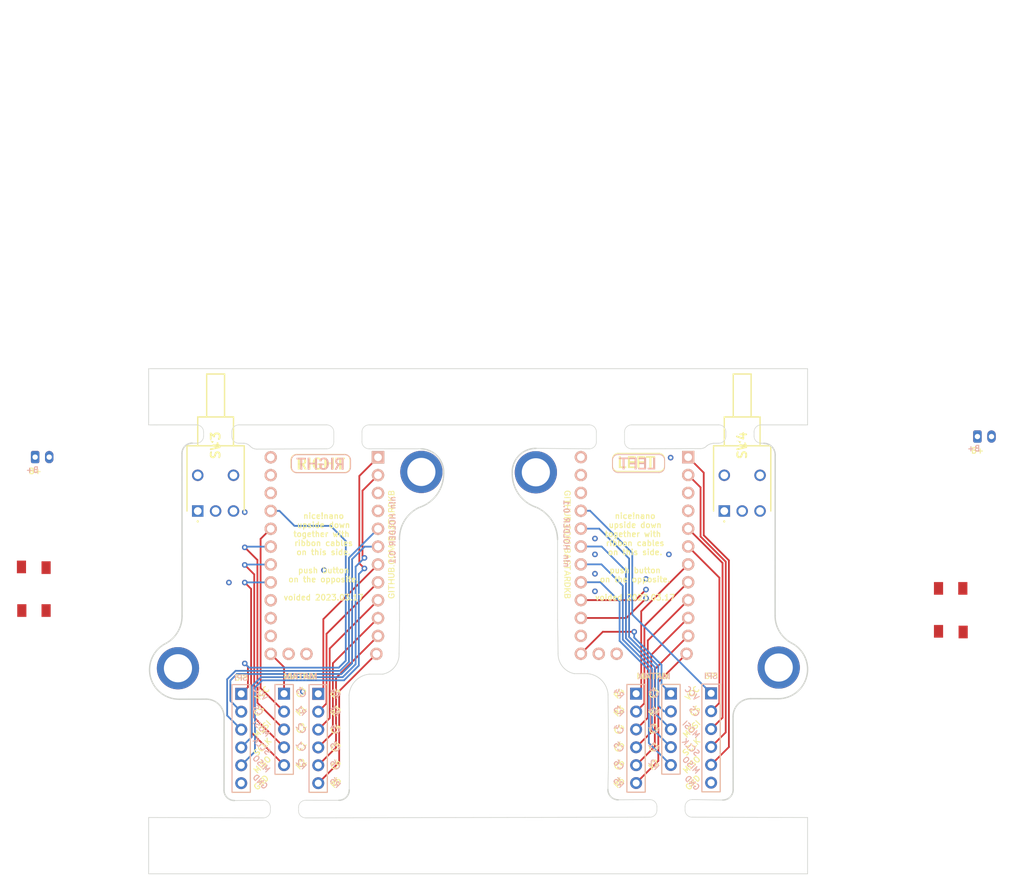
<source format=kicad_pcb>
(kicad_pcb (version 20221018) (generator pcbnew)
  (layers (0 "F.Cu" signal) (31 "B.Cu" signal) (34 "B.Paste" user) (35 "F.Paste" user) (36 "B.SilkS" user "B.Silkscreen") (37 "F.SilkS" user "F.Silkscreen") (38 "B.Mask" user) (39 "F.Mask" user) (44 "Edge.Cuts" user))
  (net 0 "")
  (net 1 "Rst")
  (net 2 "Rst2")
  (net 3 "ss_l")
  (net 4 "ss_r")
  (net 5 "col3_l")
  (net 6 "row1_l")
  (net 7 "col2_l")
  (net 8 "col1_l")
  (net 9 "row2_l")
  (net 10 "row4_l")
  (net 11 "row3_l")
  (net 12 "col4_l")
  (net 13 "col5_l")
  (net 14 "col6_l")
  (net 15 "row5_l")
  (net 16 "col3_r")
  (net 17 "row1_r")
  (net 18 "col2_r")
  (net 19 "col1_r")
  (net 20 "row2_r")
  (net 21 "row4_r")
  (net 22 "row3_r")
  (net 23 "col4_r")
  (net 24 "col5_r")
  (net 25 "col6_r")
  (net 26 "row5_r")
  (net 27 "GND")
  (net 28 "scl_l")
  (net 29 "sda_l")
  (net 30 "scl_r")
  (net 31 "sda_r")
  (net 32 "+5V")
  (net 33 "miso_l")
  (net 34 "sc_l")
  (net 35 "mosi_l")
  (net 36 "miso_r")
  (net 37 "sc_r")
  (net 38 "mosi_r")
  (net 39 "bat_l")
  (net 40 "bat_r")
  (net 41 "bat_sw_l")
  (net 42 "bat_sw_r")
  (footprint "Library:5_PinHeader" (layer "F.Cu") (at 127.832542 102.8)
    (fp_text reference "J9" hide)
    (fp_text value "Ribbon")
  )
  (footprint "marbastlib-various:mousebites_2.5mm" (layer "F.Cu") (at 127.89 117.95 90)
    (fp_text reference "REF**" hide)
    (fp_text value "mousebites 2mm" hide)
    (fp_line (start -1.5 -2) (end -1 -2) (stroke (width 0.08)) (layer "Edge.Cuts"))
    (fp_line (start -1 2) (end -1.5 2) (stroke (width 0.08)) (layer "Edge.Cuts"))
    (fp_arc (start -2.5 3) (mid -2.207108 2.292895) (end -1.500003 2.000003) (stroke (width 0.08)) (layer "Edge.Cuts"))
    (fp_arc (start -1.5 -2) (mid -2.207105 -2.292892) (end -2.499997 -2.999997) (stroke (width 0.08)) (layer "Edge.Cuts"))
    (fp_arc (start -1 2) (mid -0.292895 2.292892) (end -0.000003 2.999997) (stroke (width 0.08)) (layer "Edge.Cuts"))
    (fp_arc (start 0 -3) (mid -0.292892 -2.292895) (end -0.999997 -2.000003) (stroke (width 0.08)) (layer "Edge.Cuts"))
  )
  (footprint "Library:6_PinHeader" (layer "F.Cu") (at 177.847199 102.799999)
    (fp_text reference "J12" hide)
    (fp_text value "Ribbon")
  )
  (footprint "marbastlib-various:mousebites_2.5mm" (layer "F.Cu") (at 118.4 67.195 -90)
    (fp_text reference "REF**" hide)
    (fp_text value "mousebites 2mm" hide)
    (fp_line (start -1.6 -2) (end -1 -2) (stroke (width 0.08)) (layer "Edge.Cuts"))
    (fp_line (start -1 2) (end -1.600003 2.000003) (stroke (width 0.08)) (layer "Edge.Cuts"))
    (fp_arc (start -2.6 3) (mid -2.307108 2.292895) (end -1.600003 2.000003) (stroke (width 0.08)) (layer "Edge.Cuts"))
    (fp_arc (start -1.6 -2) (mid -2.307105 -2.292892) (end -2.599997 -2.999997) (stroke (width 0.08)) (layer "Edge.Cuts"))
    (fp_arc (start -1 2) (mid -0.292895 2.292892) (end -0.000003 2.999997) (stroke (width 0.08)) (layer "Edge.Cuts"))
    (fp_arc (start 0 -3) (mid -0.292892 -2.292895) (end -0.999997 -2.000003) (stroke (width 0.08)) (layer "Edge.Cuts"))
  )
  (footprint "kibuzzard-61F01940" (layer "F.Cu") (at 130.15 100.307596)
    (fp_text reference "kibuzzard-61F01940" hide)
    (fp_text value "G***" hide)
  )
  (footprint "marbastlib-various:mousebites_2.5mm" (layer "F.Cu") (at 174.2 67.995 -90)
    (fp_text reference "REF**" hide)
    (fp_text value "mousebites 2mm" hide)
    (fp_line (start -2.4 -2) (end -1 -2) (stroke (width 0.08)) (layer "Edge.Cuts"))
    (fp_line (start -1 2) (end -2.400003 2.000003) (stroke (width 0.08)) (layer "Edge.Cuts"))
    (fp_arc (start -3.4 3) (mid -3.107108 2.292895) (end -2.400003 2.000003) (stroke (width 0.08)) (layer "Edge.Cuts"))
    (fp_arc (start -2.4 -2) (mid -3.107105 -2.292892) (end -3.399997 -2.999997) (stroke (width 0.08)) (layer "Edge.Cuts"))
    (fp_arc (start -1 2) (mid -0.292895 2.292892) (end -0.000003 2.999997) (stroke (width 0.08)) (layer "Edge.Cuts"))
    (fp_arc (start 0 -3) (mid -0.292892 -2.292895) (end -0.999997 -2.000003) (stroke (width 0.08)) (layer "Edge.Cuts"))
  )
  (footprint "Library:MountingHole_4mm_Pad_thin" (layer "F.Cu") (at 198.103921 99.08266)
    (fp_text reference "H3" hide)
    (fp_text value "M4")
  )
  (footprint "marbastlib-various:mousebites_2.5mm" (layer "F.Cu") (at 192.6 67.195 -90)
    (fp_text reference "REF**" hide)
    (fp_text value "mousebites 2mm" hide)
    (fp_line (start -1.6 -2) (end -1 -2) (stroke (width 0.08)) (layer "Edge.Cuts"))
    (fp_line (start -1 2) (end -1.600003 2.000003) (stroke (width 0.08)) (layer "Edge.Cuts"))
    (fp_arc (start -2.6 3) (mid -2.307108 2.292895) (end -1.600003 2.000003) (stroke (width 0.08)) (layer "Edge.Cuts"))
    (fp_arc (start -1.6 -2) (mid -2.307105 -2.292892) (end -2.599997 -2.999997) (stroke (width 0.08)) (layer "Edge.Cuts"))
    (fp_arc (start -1 2) (mid -0.292895 2.292892) (end -0.000003 2.999997) (stroke (width 0.08)) (layer "Edge.Cuts"))
    (fp_arc (start 0 -3) (mid -0.292892 -2.292895) (end -0.999997 -2.000003) (stroke (width 0.08)) (layer "Edge.Cuts"))
  )
  (footprint "Connector_JST:JST_PH_B2B-PH-K_1x02_P2.00mm_Vertical" (layer "F.Cu") (at 226.33 66.252)
    (fp_text reference "J6" hide)
    (fp_text value "battery charge")
  )
  (footprint "Library:PushSwitch" (layer "F.Cu") (at 222.504 90.932 -90)
    (fp_text reference "SW2" hide)
    (fp_text value "SW_SPST")
  )
  (footprint "Library:5_PinHeader" (layer "F.Cu") (at 182.780541 102.779999)
    (fp_text reference "J11" hide)
    (fp_text value "Ribbon")
  )
  (footprint "Library:200AWMSP2T2A1M6RE" (layer "F.Cu") (at 190.373 76.835 -90)
    (fp_text reference "SW4")
    (fp_text value "SW_SPST" hide)
  )
  (footprint "Library:MountingHole_4mm_Pad_thin" (layer "F.Cu") (at 112.76262 99.18266)
    (fp_text reference "H4" hide)
    (fp_text value "M4")
  )
  (footprint "Library:200AWMSP2T2A1M6RE" (layer "F.Cu") (at 115.57 76.835 -90)
    (fp_text reference "SW3")
    (fp_text value "SW_SPST" hide)
  )
  (footprint "Library:6_PinHeader" (layer "F.Cu") (at 121.75 102.819999)
    (fp_text reference "J7" hide)
    (fp_text value "trackball")
  )
  (footprint "Library:MountingHole_4mm_Pad_thin" (layer "F.Cu") (at 147.33762 71.28266)
    (fp_text reference "H2" hide)
    (fp_text value "M4")
  )
  (footprint "kibuzzard-6208EFFE" (layer "F.Cu") (at 177.972311 69.878921)
    (fp_text reference "kibuzzard-6208EFFE" hide)
    (fp_text value "G***" hide)
  )
  (footprint "kibuzzard-61F01B61" (layer "F.Cu") (at 133.131898 70.089775)
    (fp_text reference "kibuzzard-61F01B61" hide)
    (fp_text value "G***" hide)
  )
  (footprint "marbastlib-various:mousebites_2.5mm" (layer "F.Cu") (at 136.9 67.995 -90)
    (fp_text reference "REF**" hide)
    (fp_text value "mousebites 2mm" hide)
    (fp_line (start -2.4 -2) (end -1 -2) (stroke (width 0.08)) (layer "Edge.Cuts"))
    (fp_line (start -1 2) (end -2.400003 2.000003) (stroke (width 0.08)) (layer "Edge.Cuts"))
    (fp_arc (start -3.4 3) (mid -3.107108 2.292895) (end -2.400003 2.000003) (stroke (width 0.08)) (layer "Edge.Cuts"))
    (fp_arc (start -2.4 -2) (mid -3.107105 -2.292892) (end -3.399997 -2.999997) (stroke (width 0.08)) (layer "Edge.Cuts"))
    (fp_arc (start -1 2) (mid -0.292895 2.292892) (end -0.000003 2.999997) (stroke (width 0.08)) (layer "Edge.Cuts"))
    (fp_arc (start 0 -3) (mid -0.292892 -2.292895) (end -0.999997 -2.000003) (stroke (width 0.08)) (layer "Edge.Cuts"))
  )
  (footprint "kibuzzard-61F01A92" (layer "F.Cu") (at 168.07 81.6 -90)
    (fp_text reference "kibuzzard-61F01A92" hide)
    (fp_text value "G***" hide)
  )
  (footprint "Library:PushSwitch" (layer "F.Cu") (at 92.329 87.884 90)
    (fp_text reference "SW1" hide)
    (fp_text value "SW_SPST")
  )
  (footprint "marbastlib-various:mousebites_2.5mm" (layer "F.Cu") (at 182.8 117.855 90)
    (fp_text reference "REF**" hide)
    (fp_text value "mousebites 2mm" hide)
    (fp_line (start -1.5 -2) (end -1 -2) (stroke (width 0.08)) (layer "Edge.Cuts"))
    (fp_line (start -1 2) (end -1.5 2) (stroke (width 0.08)) (layer "Edge.Cuts"))
    (fp_arc (start -2.5 3) (mid -2.207108 2.292895) (end -1.500003 2.000003) (stroke (width 0.08)) (layer "Edge.Cuts"))
    (fp_arc (start -1.5 -2) (mid -2.207105 -2.292892) (end -2.499997 -2.999997) (stroke (width 0.08)) (layer "Edge.Cuts"))
    (fp_arc (start -1 2) (mid -0.292895 2.292892) (end -0.000003 2.999997) (stroke (width 0.08)) (layer "Edge.Cuts"))
    (fp_arc (start 0 -3) (mid -0.292892 -2.292895) (end -0.999997 -2.000003) (stroke (width 0.08)) (layer "Edge.Cuts"))
  )
  (footprint "kibuzzard-61F01957" (layer "F.Cu") (at 121.75 100.5)
    (fp_text reference "kibuzzard-61F01957" hide)
    (fp_text value "G***" hide)
  )
  (footprint "kibuzzard-61F01940" (layer "F.Cu") (at 180.2962 100.287596)
    (fp_text reference "kibuzzard-61F01940" hide)
    (fp_text value "G***" hide)
  )
  (footprint "Connector_JST:JST_PH_B2B-PH-K_1x02_P2.00mm_Vertical" (layer "F.Cu") (at 92.472 69.173)
    (fp_text reference "J3" hide)
    (fp_text value "battery charge")
  )
  (footprint "Library:MountingHole_4mm_Pad_thin" (layer "F.Cu") (at 163.603921 71.33266)
    (fp_text reference "H1" hide)
    (fp_text value "M4")
  )
  (footprint "kibuzzard-61F01A92" (layer "F.Cu") (at 143.1 81.6 90)
    (fp_text reference "kibuzzard-61F01A92" hide)
    (fp_text value "G***" hide)
  )
  (footprint "kibuzzard-61F01957" (layer "F.Cu") (at 188.5 100.25)
    (fp_text reference "kibuzzard-61F01957" hide)
    (fp_text value "G***" hide)
  )
  (footprint "Library:6_PinHeader" (layer "F.Cu") (at 188.5 102.75)
    (fp_text reference "J8" hide)
    (fp_text value "trackball")
  )
  (footprint "Library:6_PinHeader" (layer "F.Cu") (at 132.689684 102.819999)
    (fp_text reference "J10" hide)
    (fp_text value "Ribbon")
  )
  (footprint "kibuzzard-61F01957" (layer "B.Cu") (at 188.5 100.25 180)
    (fp_text reference "kibuzzard-61F01957" hide)
    (fp_text value "G***" hide)
  )
  (footprint "Library:Elite-C" (layer "B.Cu") (at 177.62 83.15 -90)
    (fp_text reference "U2" hide)
    (fp_text value "eliteC" hide)
  )
  (footprint "kibuzzard-6208EFFE" (layer "B.Cu") (at 177.972311 70.078921 180)
    (fp_text reference "kibuzzard-6208EFFE" hide)
    (fp_text value "G***" hide)
  )
  (footprint "Library:Elite-C" (layer "B.Cu") (at 133.56 83.17 -90)
    (fp_text reference "U1" hide)
    (fp_text value "eliteC" hide)
  )
  (footprint "kibuzzard-61F01940" (layer "B.Cu") (at 130.2 100.307596 180)
    (fp_text reference "kibuzzard-61F01940" hide)
    (fp_text value "G***" hide)
  )
  (footprint "kibuzzard-61F01957" (layer "B.Cu") (at 121.75 100.5 180)
    (fp_text reference "kibuzzard-61F01957" hide)
    (fp_text value "G***" hide)
  )
  (footprint "kibuzzard-61F01940" (layer "B.Cu") (at 180.3462 100.287596 180)
    (fp_text reference "kibuzzard-61F01940" hide)
    (fp_text value "G***" hide)
  )
  (footprint "kibuzzard-61F01B61" (layer "B.Cu") (at 132.951528 70.110754 180)
    (fp_text reference "kibuzzard-61F01B61" hide)
    (fp_text value "G***" hide)
  )
  (gr_arc (start 129.654811 71.391078) (mid 129.111527 71.160324) (end 128.873922 70.62) (stroke (width 0.15)) (layer "B.SilkS"))
  (gr_line (start 181.893389 69.571081) (end 181.893389 70.590192) (stroke (width 0.12)) (layer "B.SilkS"))
  (gr_arc (start 175.272311 71.371081) (mid 174.72906 71.140293) (end 174.491422 70.600003) (stroke (width 0.12)) (layer "B.SilkS"))
  (gr_line (start 136.495 68.82) (end 129.67 68.82) (stroke (width 0.15)) (layer "B.SilkS"))
  (gr_arc (start 181.1125 68.800003) (mid 181.655751 69.030791) (end 181.893389 69.571081) (stroke (width 0.12)) (layer "B.SilkS"))
  (gr_arc (start 181.893389 70.590192) (mid 181.653719 71.142086) (end 181.097311 71.371082) (stroke (width 0.12)) (layer "B.SilkS"))
  (gr_line (start 175.272311 71.371081) (end 181.097311 71.371081) (stroke (width 0.12)) (layer "B.SilkS"))
  (gr_line (start 174.491422 70.600003) (end 174.491422 69.580892) (stroke (width 0.12)) (layer "B.SilkS"))
  (gr_line (start 181.1125 68.800003) (end 175.2875 68.800002) (stroke (width 0.12)) (layer "B.SilkS"))
  (gr_arc (start 136.495 68.82) (mid 137.038284 69.050754) (end 137.275889 69.591078) (stroke (width 0.15)) (layer "B.SilkS"))
  (gr_line (start 129.654811 71.391078) (end 136.479811 71.391079) (stroke (width 0.15)) (layer "B.SilkS"))
  (gr_line (start 137.275889 69.591078) (end 137.275889 70.610189) (stroke (width 0.15)) (layer "B.SilkS"))
  (gr_arc (start 174.491422 69.580892) (mid 174.731092 69.028998) (end 175.2875 68.800002) (stroke (width 0.12)) (layer "B.SilkS"))
  (gr_line (start 128.873922 70.62) (end 128.873922 69.600889) (stroke (width 0.15)) (layer "B.SilkS"))
  (gr_arc (start 128.873922 69.600889) (mid 129.113616 69.04902) (end 129.67 68.819999) (stroke (width 0.15)) (layer "B.SilkS"))
  (gr_arc (start 137.275889 70.610189) (mid 137.036195 71.162058) (end 136.479811 71.391079) (stroke (width 0.15)) (layer "B.SilkS"))
  (gr_line (start 128.807537 70.58921) (end 128.807537 69.570099) (stroke (width 0.15)) (layer "F.SilkS"))
  (gr_line (start 129.603615 71.3701) (end 136.428615 71.370099) (stroke (width 0.15)) (layer "F.SilkS"))
  (gr_arc (start 137.209504 70.599021) (mid 136.971899 71.139345) (end 136.428615 71.370099) (stroke (width 0.15)) (layer "F.SilkS"))
  (gr_line (start 181.893389 69.409811) (end 181.893389 70.428922) (stroke (width 0.12)) (layer "F.SilkS"))
  (gr_arc (start 181.893389 70.428922) (mid 181.655751 70.969212) (end 181.1125 71.2) (stroke (width 0.12)) (layer "F.SilkS"))
  (gr_arc (start 181.097311 68.628921) (mid 181.653719 68.857917) (end 181.893389 69.409811) (stroke (width 0.12)) (layer "F.SilkS"))
  (gr_arc (start 175.2875 71.200001) (mid 174.731092 70.971005) (end 174.491422 70.419111) (stroke (width 0.12)) (layer "F.SilkS"))
  (gr_arc (start 174.491422 69.4) (mid 174.72906 68.85971) (end 175.272311 68.628922) (stroke (width 0.12)) (layer "F.SilkS"))
  (gr_line (start 174.491422 70.419111) (end 174.491422 69.4) (stroke (width 0.12)) (layer "F.SilkS"))
  (gr_line (start 181.097311 68.628921) (end 175.272311 68.628922) (stroke (width 0.12)) (layer "F.SilkS"))
  (gr_arc (start 128.807537 69.570099) (mid 129.045142 69.029775) (end 129.588426 68.799021) (stroke (width 0.15)) (layer "F.SilkS"))
  (gr_arc (start 129.603615 71.3701) (mid 129.047231 71.141079) (end 128.807537 70.58921) (stroke (width 0.15)) (layer "F.SilkS"))
  (gr_line (start 175.2875 71.2) (end 181.1125 71.2) (stroke (width 0.12)) (layer "F.SilkS"))
  (gr_line (start 137.209504 69.57991) (end 137.209504 70.599021) (stroke (width 0.15)) (layer "F.SilkS"))
  (gr_arc (start 136.413426 68.79902) (mid 136.96981 69.028041) (end 137.209504 69.57991) (stroke (width 0.15)) (layer "F.SilkS"))
  (gr_line (start 136.413426 68.799021) (end 129.588426 68.799021) (stroke (width 0.15)) (layer "F.SilkS"))
  (gr_line (start 130.889997 117.950003) (end 135.631351 117.953354) (stroke (width 0.1)) (layer "Edge.Cuts"))
  (gr_line (start 195.6 67.195) (end 195.986955 67.209104) (stroke (width 0.1)) (layer "Edge.Cuts"))
  (gr_arc (start 113.341486 91.773749) (mid 112.713926 94.049213) (end 111.001486 95.673749) (stroke (width 0.2)) (layer "Edge.Cuts"))
  (gr_line (start 137.096291 106.475003) (end 137.07 103.02) (stroke (width 0.1)) (layer "Edge.Cuts"))
  (gr_line (start 202.2 120.4) (end 202.2 128.4) (stroke (width 0.1)) (layer "Edge.Cuts"))
  (gr_arc (start 123.961303 68.03306) (mid 123.432539 67.923329) (end 123 67.6) (stroke (width 0.1)) (layer "Edge.Cuts"))
  (gr_line (start 163.62525 67.926116) (end 171.200003 67.994997) (stroke (width 0.1)) (layer "Edge.Cuts"))
  (gr_arc (start 144.230005 80.872466) (mid 144.961194 78.178153) (end 147.046951 76.322466) (stroke (width 0.2)) (layer "Edge.Cuts"))
  (gr_line (start 170.932032 99.95202) (end 169.060898 99.95202) (stroke (width 0.1)) (layer "Edge.Cuts"))
  (gr_line (start 141.87 100.02) (end 139.998866 100.02) (stroke (width 0.1)) (layer "Edge.Cuts"))
  (gr_arc (start 191.628074 116.465413) (mid 191.192415 117.495394) (end 190.15554 117.914382) (stroke (width 0.2)) (layer "Edge.Cuts"))
  (gr_line (start 185.799997 117.855003) (end 190.15554 117.914382) (stroke (width 0.1)) (layer "Edge.Cuts"))
  (gr_line (start 173.90589 113.224993) (end 173.837548 116.409253) (stroke (width 0.1)) (layer "Edge.Cuts"))
  (gr_line (start 124.890003 120.449997) (end 108.6 120.4) (stroke (width 0.1)) (layer "Edge.Cuts"))
  (gr_line (start 144.230005 85.631645) (end 144.230005 80.872466) (stroke (width 0.1)) (layer "Edge.Cuts"))
  (gr_line (start 112.943471 103.585074) (end 116.773949 103.576051) (stroke (width 0.2)) (layer "Edge.Cuts"))
  (gr_arc (start 147.305648 67.994096) (mid 149.64034 69.075303) (end 150.500942 71.5) (stroke (width 0.2)) (layer "Edge.Cuts"))
  (gr_arc (start 144.17 97.12) (mid 143.551367 98.991429) (end 141.87 100.02) (stroke (width 0.1)) (layer "Edge.Cuts"))
  (gr_arc (start 199.929412 95.605769) (mid 202.084528 100.328794) (end 197.987427 103.517094) (stroke (width 0.2)) (layer "Edge.Cuts"))
  (gr_line (start 137.108072 113.224991) (end 137.096291 106.475003) (stroke (width 0.1)) (layer "Edge.Cuts"))
  (gr_line (start 195.599997 64.595003) (end 202.2 64.6) (stroke (width 0.1)) (layer "Edge.Cuts"))
  (gr_arc (start 160.25 71.5) (mid 161.167564 68.985797) (end 163.62525 67.926116) (stroke (width 0.2)) (layer "Edge.Cuts"))
  (gr_line (start 137.108072 113.224991) (end 137.09335 116.477233) (stroke (width 0.1)) (layer "Edge.Cuts"))
  (gr_arc (start 150.500942 71.5) (mid 149.564986 74.477799) (end 147.046951 76.322466) (stroke (width 0.2)) (layer "Edge.Cuts"))
  (gr_line (start 121.4 67.195) (end 122.1 67.2) (stroke (width 0.1)) (layer "Edge.Cuts"))
  (gr_line (start 108.6 64.6) (end 115.4 64.595) (stroke (width 0.1)) (layer "Edge.Cuts"))
  (gr_arc (start 187.930898 67.53202) (mid 188.360683 67.313155) (end 188.831761 67.2097) (stroke (width 0.1)) (layer "Edge.Cuts"))
  (gr_line (start 173.90589 113.224993) (end 173.894109 106.475005) (stroke (width 0.1)) (layer "Edge.Cuts"))
  (gr_line (start 115.400003 67.194997) (end 114.781486 67.183749) (stroke (width 0.1)) (layer "Edge.Cuts"))
  (gr_line (start 144.17 97.12) (end 144.241786 92.381633) (stroke (width 0.1)) (layer "Edge.Cuts"))
  (gr_line (start 166.684457 85.563665) (end 166.689112 92.313653) (stroke (width 0.1)) (layer "Edge.Cuts"))
  (gr_line (start 191.616949 106.048071) (end 191.628074 116.465413) (stroke (width 0.2)) (layer "Edge.Cuts"))
  (gr_arc (start 170.932032 99.95202) (mid 172.956423 100.905339) (end 173.860898 102.95202) (stroke (width 0.1)) (layer "Edge.Cuts"))
  (gr_line (start 177.199997 64.595003) (end 189.6 64.595) (stroke (width 0.1)) (layer "Edge.Cuts"))
  (gr_line (start 186.969595 67.96508) (end 177.2 67.995) (stroke (width 0.1)) (layer "Edge.Cuts"))
  (gr_line (start 139.9 67.995) (end 147.305648 67.994096) (stroke (width 0.1)) (layer "Edge.Cuts"))
  (gr_line (start 166.689112 92.313653) (end 166.760898 97.05202) (stroke (width 0.1)) (layer "Edge.Cuts"))
  (gr_line (start 202.2 56.6) (end 202.2 64.6) (stroke (width 0.1)) (layer "Edge.Cuts"))
  (gr_line (start 189.600003 67.194997) (end 188.831761 67.2097) (stroke (width 0.1)) (layer "Edge.Cuts"))
  (gr_arc (start 122.1 67.2) (mid 122.587196 67.31631) (end 123 67.6) (stroke (width 0.1)) (layer "Edge.Cuts"))
  (gr_line (start 120.775358 117.982362) (end 124.89 117.95) (stroke (width 0.1)) (layer "Edge.Cuts"))
  (gr_arc (start 187.930898 67.53202) (mid 187.498359 67.855349) (end 186.969595 67.96508) (stroke (width 0.1)) (layer "Edge.Cuts"))
  (gr_line (start 175.299547 117.885374) (end 179.8 117.855) (stroke (width 0.1)) (layer "Edge.Cuts"))
  (gr_arc (start 163.703991 76.322466) (mid 161.185957 74.477798) (end 160.25 71.5) (stroke (width 0.2)) (layer "Edge.Cuts"))
  (gr_arc (start 169.060898 99.95202) (mid 167.379531 98.923449) (end 166.760898 97.05202) (stroke (width 0.1)) (layer "Edge.Cuts"))
  (gr_line (start 108.6 56.6) (end 202.2 56.6) (stroke (width 0.1)) (layer "Edge.Cuts"))
  (gr_arc (start 112.943471 103.585074) (mid 108.84637 100.396774) (end 111.001486 95.673749) (stroke (width 0.2)) (layer "Edge.Cuts"))
  (gr_line (start 108.6 128.4) (end 108.6 120.4) (stroke (width 0.1)) (layer "Edge.Cuts"))
  (gr_line (start 173.860898 102.95202) (end 173.894109 106.475005) (stroke (width 0.1)) (layer "Edge.Cuts"))
  (gr_arc (start 113.331486 68.653749) (mid 113.754912 67.621278) (end 114.781486 67.183749) (stroke (width 0.2)) (layer "Edge.Cuts"))
  (gr_line (start 179.800003 120.354997) (end 130.89 120.45) (stroke (width 0.1)) (layer "Edge.Cuts"))
  (gr_line (start 197.589412 91.705769) (end 197.6 68.857256) (stroke (width 0.2)) (layer "Edge.Cuts"))
  (gr_line (start 119.302824 116.533393) (end 119.313949 106.116051) (stroke (width 0.2)) (layer "Edge.Cuts"))
  (gr_arc (start 163.703991 76.322466) (mid 165.856247 78.16381) (end 166.684457 80.872466) (stroke (width 0.2)) (layer "Edge.Cuts"))
  (gr_line (start 144.241786 92.381633) (end 144.230005 85.631645) (stroke (width 0.1)) (layer "Edge.Cuts"))
  (gr_line (start 202.2 128.4) (end 108.6 128.4) (stroke (width 0.1)) (layer "Edge.Cuts"))
  (gr_line (start 123.961303 68.03306) (end 133.900003 67.994997) (stroke (width 0.1)) (layer "Edge.Cuts"))
  (gr_line (start 194.156949 103.508071) (end 197.987427 103.517094) (stroke (width 0.2)) (layer "Edge.Cuts"))
  (gr_arc (start 137.09335 116.477233) (mid 136.67 117.52) (end 135.631351 117.953354) (stroke (width 0.2)) (layer "Edge.Cuts"))
  (gr_arc (start 120.775358 117.982362) (mid 119.738483 117.563374) (end 119.302824 116.533393) (stroke (width 0.2)) (layer "Edge.Cuts"))
  (gr_line (start 202.2 120.4) (end 185.8 120.355) (stroke (width 0.1)) (layer "Edge.Cuts"))
  (gr_line (start 139.899997 64.595003) (end 171.2 64.595) (stroke (width 0.1)) (layer "Edge.Cuts"))
  (gr_arc (start 116.773949 103.576051) (mid 118.57 104.32) (end 119.313949 106.116051) (stroke (width 0.2)) (layer "Edge.Cuts"))
  (gr_line (start 133.9 64.595) (end 121.399997 64.595003) (stroke (width 0.1)) (layer "Edge.Cuts"))
  (gr_arc (start 137.07 103.02) (mid 137.974475 100.973319) (end 139.998866 100.02) (stroke (width 0.1)) (layer "Edge.Cuts"))
  (gr_arc (start 175.299547 117.885374) (mid 174.260898 117.45202) (end 173.837548 116.409253) (stroke (width 0.2)) (layer "Edge.Cuts"))
  (gr_line (start 108.6 64.6) (end 108.6 56.6) (stroke (width 0.1)) (layer "Edge.Cuts"))
  (gr_arc (start 199.929412 95.605769) (mid 198.216972 93.981233) (end 197.589412 91.705769) (stroke (width 0.2)) (layer "Edge.Cuts"))
  (gr_line (start 166.684457 80.872466) (end 166.684457 85.563665) (stroke (width 0.1)) (layer "Edge.Cuts"))
  (gr_arc (start 195.986955 67.209104) (mid 197.133909 67.7) (end 197.6 68.857256) (stroke (width 0.2)) (layer "Edge.Cuts"))
  (gr_line (start 113.331486 68.653749) (end 113.341486 91.773749) (stroke (width 0.2)) (layer "Edge.Cuts"))
  (gr_arc (start 191.616949 106.048071) (mid 192.360898 104.25202) (end 194.156949 103.508071) (stroke (width 0.2)) (layer "Edge.Cuts"))
  (gr_text "n!n HOLDER 0.1" (at 143.25 79.55 90) (layer "B.SilkS") (effects (font (size 0.8 0.8)) (justify mirror)))
  (gr_text "R4" (at 175.37 102.76 -45) (layer "B.SilkS") (effects (font (size 0.8 0.8)) (justify mirror)))
  (gr_text "C2" (at 180.3462 107.82 -45) (layer "B.SilkS") (effects (font (size 0.8 0.8)) (justify mirror)))
  (gr_text "C4" (at 175.37 107.84 -45) (layer "B.SilkS") (effects (font (size 0.8 0.8)) (justify mirror)))
  (gr_text "R4" (at 135.0938 102.760001 315) (layer "B.SilkS") (effects (font (size 0.8 0.8)) (justify mirror)))
  (gr_text "C6" (at 135.0938 112.920001 315) (layer "B.SilkS") (effects (font (size 0.8 0.8)) (justify mirror)))
  (gr_text "R5" (at 135.0938 115.460001 315) (layer "B.SilkS") (effects (font (size 0.8 0.8)) (justify mirror)))
  (gr_text "R2" (at 180.3462 112.9 -45) (layer "B.SilkS") (effects (font (size 0.8 0.8)) (justify mirror)))
  (gr_text "C6" (at 175.37 112.92 -45) (layer "B.SilkS") (effects (font (size 0.8 0.8)) (justify mirror)))
  (gr_text "R5" (at 175.3446 115.454058 -45) (layer "B.SilkS") (effects (font (size 0.8 0.8)) (justify mirror)))
  (gr_text "GND" (at 124.438375 115.319999 -45) (layer "B.SilkS") (effects (font (size 0.8 0.8)) (justify mirror)))
  (gr_text "C1" (at 130.25 110.279999 -45) (layer "B.SilkS") (effects (font (size 0.8 0.8)) (justify mirror)))
  (gr_text "R1" (at 180.3462 105.28 -45) (layer "B.SilkS") (effects (font (size 0.8 0.8)) (justify mirror)))
  (gr_text "VCC" (at 124.5 102.75 315) (layer "B.SilkS") (effects (font (size 0.8 0.8)) (justify mirror)))
  (gr_text "R1" (at 130.25 105.199999 -45) (layer "B.SilkS") (effects (font (size 0.8 0.8)) (justify mirror)))
  (gr_text "C5" (at 175.37 110.38 -45) (layer "B.SilkS") (effects (font (size 0.8 0.8)) (justify mirror)))
  (gr_text "C4" (at 135.0938 107.840001 315) (layer "B.SilkS") (effects (font (size 0.8 0.8)) (justify mirror)))
  (gr_text "n!n HOLDER 0.1" (at 167.95 80.05 270) (layer "B.SilkS") (effects (font (size 0.8 0.8)) (justify mirror)))
  (gr_text "MOSI" (at 185.6462 107.879998 -45) (layer "B.SilkS") (effects (font (size 0.8 0.8)) (justify mirror)))
  (gr_text "GND" (at 185.807824 115.499999 -45) (layer "B.SilkS") (effects (font (size 0.8 0.8)) (justify mirror)))
  (gr_text "R3" (at 135.0938 105.300001 315) (layer "B.SilkS") (effects (font (size 0.8 0.8)) (justify mirror)))
  (gr_text "MISO" (at 185.6462 112.959998 -45) (layer "B.SilkS") (effects (font (size 0.8 0.8)) (justify mirror)))
  (gr_text "CS" (at 186.117604 105.339999 -45) (layer "B.SilkS") (effects (font (size 0.8 0.8)) (justify mirror)))
  (gr_text "MOSI" (at 124.6 107.699998 -45) (layer "B.SilkS") (effects (font (size 0.8 0.8)) (justify mirror)))
  (gr_text "MISO" (at 124.6 112.779998 -45) (layer "B.SilkS") (effects (font (size 0.8 0.8)) (justify mirror)))
  (gr_text "R2" (at 130.25 112.819999 -45) (layer "B.SilkS") (effects (font (size 0.8 0.8)) (justify mirror)))
  (gr_text "C3" (at 180.3462 102.74 -45) (layer "B.SilkS") (effects (font (size 0.8 0.8)) (justify mirror)))
  (gr_text "C3" (at 130.25 102.659999 -45) (layer "B.SilkS") (effects (font (size 0.8 0.8)) (justify mirror)))
  (gr_text "R3" (at 175.37 105.3 -45) (layer "B.SilkS") (effects (font (size 0.8 0.8)) (justify mirror)))
  (gr_text "C1" (at 180.3462 110.36 -45) (layer "B.SilkS") (effects (font (size 0.8 0.8)) (justify mirror)))
  (gr_text "CS" (at 124.128595 105.159999 -45) (layer "B.SilkS") (effects (font (size 0.8 0.8)) (justify mirror)))
  (gr_text "VCC\n" (at 185.75 102.75 315) (layer "B.SilkS") (effects (font (size 0.8 0.8)) (justify mirror)))
  (gr_text "SCLK" (at 185.605794 110.419998 -45) (layer "B.SilkS") (effects (font (size 0.8 0.8)) (justify mirror)))
  (gr_text "C2" (at 130.25 107.739999 -45) (layer "B.SilkS") (effects (font (size 0.8 0.8)) (justify mirror)))
  (gr_text "B+" (at 225.806 67.945) (layer "B.SilkS") (effects (font (size 0.8 0.8)) (justify mirror)))
  (gr_text "C5" (at 135.0938 110.380001 315) (layer "B.SilkS") (effects (font (size 0.8 0.8)) (justify mirror)))
  (gr_text "SCLK" (at 124.640406 110.239998 -45) (layer "B.SilkS") (effects (font (size 0.8 0.8)) (justify mirror)))
  (gr_text "B+" (at 92.075 70.993) (layer "B.SilkS") (effects (font (size 0.8 0.8)) (justify mirror)))
  (gr_text "MISO" (at 124.75 112.909999 45) (layer "F.SilkS") (effects (font (size 0.8 0.8))))
  (gr_text "R3" (at 135.17 105.3 45) (layer "F.SilkS") (effects (font (size 0.8 0.8))))
  (gr_text "R4" (at 175.4462 102.760001 45) (layer "F.SilkS") (effects (font (size 0.8 0.8))))
  (gr_text "C2" (at 130.2754 107.74 45) (layer "F.SilkS") (effects (font (size 0.8 0.8))))
  (gr_text "SCLK" (at 185.709594 110.369999 45) (layer "F.SilkS") (effects (font (size 0.8 0.8))))
  (gr_text "C2" (at 180.3716 107.820001 45) (layer "F.SilkS") (effects (font (size 0.8 0.8))))
  (gr_text "B+" (at 92.472 71.173) (layer "F.SilkS") (effects (font (size 0.8 0.8))))
  (gr_text "C4" (at 135.17 107.84 45) (layer "F.SilkS") (effects (font (size 0.8 0.8))))
  (gr_text "R2" (at 130.2754 112.82 45) (layer "F.SilkS") (effects (font (size 0.8 0.8))))
  (gr_text "GND" (at 185.911624 115.45 45) (layer "F.SilkS") (effects (font (size 0.8 0.8))))
  (gr_text "R1" (at 130.2754 105.2 45) (layer "F.SilkS") (effects (font (size 0.8 0.8))))
  (gr_text "MOSI" (at 185.75 107.829999 45) (layer "F.SilkS") (effects (font (size 0.8 0.8))))
  (gr_text "GND" (at 124.588375 115.45 45) (layer "F.SilkS") (effects (font (size 0.8 0.8))))
  (gr_text "C6" (at 175.4462 112.920001 45) (layer "F.SilkS") (effects (font (size 0.8 0.8))))
  (gr_text "SCLK" (at 124.790406 110.369999 45) (layer "F.SilkS") (effects (font (size 0.8 0.8))))
  (gr_text "R4" (at 135.17 102.76 45) (layer "F.SilkS") (effects (font (size 0.8 0.8))))
  (gr_text "C5" (at 175.4462 110.380001 45) (layer "F.SilkS") (effects (font (size 0.8 0.8))))
  (gr_text "C1" (at 180.3716 110.360001 45) (layer "F.SilkS") (effects (font (size 0.8 0.8))))
  (gr_text "VCC" (at 124.740406 102.75 45) (layer "F.SilkS") (effects (font (size 0.8 0.8))))
  (gr_text "MISO" (at 185.75 112.909999 45) (layer "F.SilkS") (effects (font (size 0.8 0.8))))
  (gr_text "R3" (at 175.4462 105.300001 45) (layer "F.SilkS") (effects (font (size 0.8 0.8))))
  (gr_text "B+" (at 226.33 68.252) (layer "F.SilkS") (effects (font (size 0.8 0.8))))
  (gr_text "C3" (at 180.3716 102.740001 45) (layer "F.SilkS") (effects (font (size 0.8 0.8))))
  (gr_text "R5" (at 135.1954 115.454058 45) (layer "F.SilkS") (effects (font (size 0.8 0.8))))
  (gr_text "nice!nano\nupside down\ntogether with \nribbon cables\non this side.\n\npush button\non the opposite.\n\nvoided 2023.03.17" (at 133.45 83.333613) (layer "F.SilkS") (effects (font (size 0.8 0.8))))
  (gr_text "C5" (at 135.17 110.38 45) (layer "F.SilkS") (effects (font (size 0.8 0.8))))
  (gr_text "MOSI" (at 124.75 107.829999 45) (layer "F.SilkS") (effects (font (size 0.8 0.8))))
  (gr_text "VCC" (at 185.8284 102.75 45) (layer "F.SilkS") (effects (font (size 0.8 0.8))))
  (gr_text "C3" (at 130.2754 102.66 45) (layer "F.SilkS") (effects (font (size 0.8 0.8))))
  (gr_text "R1" (at 180.3716 105.280001 45) (layer "F.SilkS") (effects (font (size 0.8 0.8))))
  (gr_text "nice!nano\nupside down\ntogether with \nribbon cables\non this side.\n\npush button\non the opposite.\n\nvoided 2023.03.17" (at 177.7 83.333613) (layer "F.SilkS") (effects (font (size 0.8 0.8))))
  (gr_text "C4" (at 175.4462 107.840001 45) (layer "F.SilkS") (effects (font (size 0.8 0.8))))
  (gr_text "R2" (at 180.3716 112.900001 45) (layer "F.SilkS") (effects (font (size 0.8 0.8))))
  (gr_text "CS" (at 186.221404 105.29 45) (layer "F.SilkS") (effects (font (size 0.8 0.8))))
  (gr_text "R5" (at 175.4462 115.460001 45) (layer "F.SilkS") (effects (font (size 0.8 0.8))))
  (gr_text "C1" (at 130.2754 110.28 45) (layer "F.SilkS") (effects (font (size 0.8 0.8))))
  (gr_text "C6" (at 135.17 112.92 45) (layer "F.SilkS") (effects (font (size 0.8 0.8))))
  (gr_text "CS" (at 124.278595 105.29 45) (layer "F.SilkS") (effects (font (size 0.8 0.8))))
  (segment (start 139.276396 81.9) (end 137.5 83.676396) (width 0.25) (layer "B.Cu") (net 3))
  (segment (start 120.2 103.809999) (end 121.75 105.359999) (width 0.25) (layer "B.Cu") (net 3))
  (segment (start 141.18 81.9) (end 139.276396 81.9) (width 0.25) (layer "B.Cu") (net 3))
  (segment (start 137.5 98.477208) (end 135.977208 100) (width 0.25) (layer "B.Cu") (net 3))
  (segment (start 137.5 83.676396) (end 137.5 98.477208) (width 0.25) (layer "B.Cu") (net 3))
  (segment (start 121.136396 100) (end 120.2 100.936396) (width 0.25) (layer "B.Cu") (net 3))
  (segment (start 135.977208 100) (end 121.136396 100) (width 0.25) (layer "B.Cu") (net 3))
  (segment (start 120.2 100.936396) (end 120.2 103.809999) (width 0.25) (layer "B.Cu") (net 3))
  (segment (start 189.675 104.115) (end 189.675 86.315) (width 0.25) (layer "F.Cu") (net 4))
  (segment (start 189.675 86.315) (end 185.24 81.88) (width 0.25) (layer "F.Cu") (net 4))
  (segment (start 188.5 105.29) (end 189.675 104.115) (width 0.25) (layer "F.Cu") (net 4))
  (segment (start 127.832542 102.8) (end 127.832542 99.032542) (width 0.25) (layer "F.Cu") (net 5))
  (segment (start 127.832542 99.032542) (end 125.94 97.14) (width 0.25) (layer "F.Cu") (net 5))
  (segment (start 124.5 102.007458) (end 124.5 80.8) (width 0.25) (layer "F.Cu") (net 6))
  (segment (start 127.832542 105.34) (end 124.5 102.007458) (width 0.25) (layer "F.Cu") (net 6))
  (segment (start 124.5 80.8) (end 125.94 79.36) (width 0.25) (layer "F.Cu") (net 6))
  (segment (start 124.05 83.8) (end 124.05 104.097458) (width 0.25) (layer "F.Cu") (net 7))
  (segment (start 124.05 104.097458) (end 127.832542 107.88) (width 0.25) (layer "F.Cu") (net 7))
  (segment (start 122.25 82) (end 124.05 83.8) (width 0.25) (layer "F.Cu") (net 7))
  (via (at 122.25 82) (size 0.8) (drill 0.4) (layers "F.Cu" "B.Cu") (net 7))
  (segment (start 122.35 81.9) (end 125.94 81.9) (width 0.25) (layer "B.Cu") (net 7))
  (segment (start 122.25 82) (end 122.35 81.9) (width 0.25) (layer "B.Cu") (net 7))
  (segment (start 123.6 85.85) (end 123.6 106.187458) (width 0.25) (layer "F.Cu") (net 8))
  (segment (start 123.6 106.187458) (end 127.832542 110.42) (width 0.25) (layer "F.Cu") (net 8))
  (segment (start 122.25 84.5) (end 123.6 85.85) (width 0.25) (layer "F.Cu") (net 8))
  (via (at 122.25 84.5) (size 0.8) (drill 0.4) (layers "F.Cu" "B.Cu") (net 8))
  (segment (start 122.25 84.5) (end 122.31 84.44) (width 0.25) (layer "B.Cu") (net 8))
  (segment (start 122.31 84.44) (end 125.94 84.44) (width 0.25) (layer "B.Cu") (net 8))
  (segment (start 123.15 108.277458) (end 127.832542 112.96) (width 0.25) (layer "F.Cu") (net 9))
  (segment (start 123.15 87.9) (end 123.15 108.277458) (width 0.25) (layer "F.Cu") (net 9))
  (segment (start 122.25 87) (end 123.15 87.9) (width 0.25) (layer "F.Cu") (net 9))
  (via (at 122.25 87) (size 0.8) (drill 0.4) (layers "F.Cu" "B.Cu") (net 9))
  (segment (start 122.27 86.98) (end 125.94 86.98) (width 0.25) (layer "B.Cu") (net 9))
  (segment (start 122.25 87) (end 122.27 86.98) (width 0.25) (layer "B.Cu") (net 9))
  (segment (start 132.689684 102.819999) (end 133.414684 102.094999) (width 0.25) (layer "F.Cu") (net 10))
  (segment (start 133.414684 102.094999) (end 133.414684 92.205316) (width 0.25) (layer "F.Cu") (net 10))
  (segment (start 133.414684 92.205316) (end 141.18 84.44) (width 0.25) (layer "F.Cu") (net 10))
  (segment (start 132.689684 105.359999) (end 133.864684 104.184999) (width 0.25) (layer "F.Cu") (net 11))
  (segment (start 133.864684 94.295316) (end 141.18 86.98) (width 0.25) (layer "F.Cu") (net 11))
  (segment (start 133.864684 104.184999) (end 133.864684 94.295316) (width 0.25) (layer "F.Cu") (net 11))
  (segment (start 134.314684 106.274999) (end 134.314684 96.385316) (width 0.25) (layer "F.Cu") (net 12))
  (segment (start 134.314684 96.385316) (end 141.18 89.52) (width 0.25) (layer "F.Cu") (net 12))
  (segment (start 132.689684 107.899999) (end 134.314684 106.274999) (width 0.25) (layer "F.Cu") (net 12))
  (segment (start 132.689684 110.439999) (end 134.764684 108.364999) (width 0.25) (layer "F.Cu") (net 13))
  (segment (start 134.764684 108.364999) (end 134.764684 98.475316) (width 0.25) (layer "F.Cu") (net 13))
  (segment (start 134.764684 98.475316) (end 141.18 92.06) (width 0.25) (layer "F.Cu") (net 13))
  (segment (start 135.214684 100.565316) (end 141.18 94.6) (width 0.25) (layer "F.Cu") (net 14))
  (segment (start 135.214684 110.454999) (end 135.214684 100.565316) (width 0.25) (layer "F.Cu") (net 14))
  (segment (start 132.689684 112.979999) (end 135.214684 110.454999) (width 0.25) (layer "F.Cu") (net 14))
  (segment (start 135.664684 112.544999) (end 135.664684 102.426716) (width 0.25) (layer "F.Cu") (net 15))
  (segment (start 135.664684 102.426716) (end 140.9514 97.14) (width 0.25) (layer "F.Cu") (net 15))
  (segment (start 132.689684 115.519999) (end 135.664684 112.544999) (width 0.25) (layer "F.Cu") (net 15))
  (segment (start 173.12 94) (end 170 97.12) (width 0.25) (layer "F.Cu") (net 16))
  (segment (start 177.5745 94) (end 173.12 94) (width 0.25) (layer "F.Cu") (net 16))
  (via (at 177.5745 94) (size 0.8) (drill 0.4) (layers "F.Cu" "B.Cu") (net 16))
  (segment (start 177.5745 94) (end 177.5745 94.8245) (width 0.25) (layer "B.Cu") (net 16))
  (segment (start 181.45 98.7) (end 181.45 101.449458) (width 0.25) (layer "B.Cu") (net 16))
  (segment (start 181.45 101.449458) (end 182.780541 102.779999) (width 0.25) (layer "B.Cu") (net 16))
  (segment (start 177.5745 94.8245) (end 181.45 98.7) (width 0.25) (layer "B.Cu") (net 16))
  (segment (start 172.59 79.34) (end 170 79.34) (width 0.25) (layer "B.Cu") (net 17))
  (segment (start 181 98.886396) (end 176.85 94.736396) (width 0.25) (layer "B.Cu") (net 17))
  (segment (start 176.85 83.6) (end 172.59 79.34) (width 0.25) (layer "B.Cu") (net 17))
  (segment (start 181.819999 105.319999) (end 181 104.5) (width 0.25) (layer "B.Cu") (net 17))
  (segment (start 181 104.5) (end 181 98.886396) (width 0.25) (layer "B.Cu") (net 17))
  (segment (start 176.85 94.736396) (end 176.85 83.6) (width 0.25) (layer "B.Cu") (net 17))
  (segment (start 182.780541 105.319999) (end 181.819999 105.319999) (width 0.25) (layer "B.Cu") (net 17))
  (segment (start 180.55 99.072792) (end 176.4 94.922792) (width 0.25) (layer "B.Cu") (net 18))
  (segment (start 182.780541 107.859999) (end 180.55 105.629458) (width 0.25) (layer "B.Cu") (net 18))
  (segment (start 176.4 85.343198) (end 172.936802 81.88) (width 0.25) (layer "B.Cu") (net 18))
  (segment (start 172.936802 81.88) (end 170 81.88) (width 0.25) (layer "B.Cu") (net 18))
  (segment (start 176.4 94.922792) (end 176.4 85.343198) (width 0.25) (layer "B.Cu") (net 18))
  (segment (start 180.55 105.629458) (end 180.55 99.072792) (width 0.25) (layer "B.Cu") (net 18))
  (segment (start 180.1 99.259188) (end 175.95 95.109188) (width 0.25) (layer "B.Cu") (net 19))
  (segment (start 172.92 84.42) (end 170 84.42) (width 0.25) (layer "B.Cu") (net 19))
  (segment (start 175.95 87.45) (end 172.92 84.42) (width 0.25) (layer "B.Cu") (net 19))
  (segment (start 180.1 107.719458) (end 180.1 99.259188) (width 0.25) (layer "B.Cu") (net 19))
  (segment (start 175.95 95.109188) (end 175.95 87.45) (width 0.25) (layer "B.Cu") (net 19))
  (segment (start 182.780541 110.399999) (end 180.1 107.719458) (width 0.25) (layer "B.Cu") (net 19))
  (segment (start 175.5 95.295584) (end 175.5 89.6875) (width 0.25) (layer "B.Cu") (net 20))
  (segment (start 179.65 99.445584) (end 175.5 95.295584) (width 0.25) (layer "B.Cu") (net 20))
  (segment (start 175.5 89.6875) (end 172.7725 86.96) (width 0.25) (layer "B.Cu") (net 20))
  (segment (start 179.65 109.809458) (end 179.65 99.445584) (width 0.25) (layer "B.Cu") (net 20))
  (segment (start 172.7725 86.96) (end 170 86.96) (width 0.25) (layer "B.Cu") (net 20))
  (segment (start 182.780541 112.939999) (end 179.65 109.809458) (width 0.25) (layer "B.Cu") (net 20))
  (segment (start 177.847199 102.799999) (end 178.572199 102.074999) (width 0.25) (layer "F.Cu") (net 21))
  (segment (start 178.572199 102.074999) (end 178.572199 91.087801) (width 0.25) (layer "F.Cu") (net 21))
  (segment (start 178.572199 91.087801) (end 185.24 84.42) (width 0.25) (layer "F.Cu") (net 21))
  (segment (start 177.847199 105.339999) (end 179.022199 104.164999) (width 0.25) (layer "F.Cu") (net 22))
  (segment (start 179.022199 104.164999) (end 179.022199 93.177801) (width 0.25) (layer "F.Cu") (net 22))
  (segment (start 179.022199 93.177801) (end 185.24 86.96) (width 0.25) (layer "F.Cu") (net 22))
  (segment (start 179.5 95.24) (end 185.24 89.5) (width 0.25) (layer "F.Cu") (net 23))
  (segment (start 177.847199 107.879999) (end 179.5 106.227198) (width 0.25) (layer "F.Cu") (net 23))
  (segment (start 179.5 106.227198) (end 179.5 95.24) (width 0.25) (layer "F.Cu") (net 23))
  (segment (start 180 97.28) (end 185.24 92.04) (width 0.25) (layer "F.Cu") (net 24))
  (segment (start 177.847199 110.419999) (end 180 108.267198) (width 0.25) (layer "F.Cu") (net 24))
  (segment (start 180 108.267198) (end 180 97.28) (width 0.25) (layer "F.Cu") (net 24))
  (segment (start 180.5 99.32) (end 185.24 94.58) (width 0.25) (layer "F.Cu") (net 25))
  (segment (start 177.847199 112.959999) (end 180.5 110.307198) (width 0.25) (layer "F.Cu") (net 25))
  (segment (start 180.5 110.307198) (end 180.5 99.32) (width 0.25) (layer "F.Cu") (net 25))
  (segment (start 181 101.1314) (end 185.0114 97.12) (width 0.25) (layer "F.Cu") (net 26))
  (segment (start 177.847199 115.499999) (end 181 112.347198) (width 0.25) (layer "F.Cu") (net 26))
  (segment (start 181 112.347198) (end 181 101.1314) (width 0.25) (layer "F.Cu") (net 26))
  (via (at 182.5 83) (size 0.8) (drill 0.4) (layers "F.Cu" "B.Cu") (net 27))
  (via (at 133.5 85.25) (size 0.8) (drill 0.4) (layers "F.Cu" "B.Cu") (net 27))
  (via (at 179.25 86.5) (size 0.8) (drill 0.4) (layers "F.Cu" "B.Cu") (net 27))
  (via (at 172 85.75) (size 0.8) (drill 0.4) (layers "F.Cu" "B.Cu") (net 27))
  (via (at 130.5 102.5) (size 0.8) (drill 0.4) (layers "F.Cu" "B.Cu") (net 27))
  (via (at 172 88.25) (size 0.8) (drill 0.4) (layers "F.Cu" "B.Cu") (net 27))
  (via (at 172 80.75) (size 0.8) (drill 0.4) (layers "F.Cu" "B.Cu") (net 27))
  (via (at 120 87) (size 0.8) (drill 0.4) (layers "F.Cu" "B.Cu") (net 27))
  (via (at 182.75 69.25) (size 0.8) (drill 0.4) (layers "F.Cu" "B.Cu") (net 27))
  (via (at 172 83) (size 0.8) (drill 0.4) (layers "F.Cu" "B.Cu") (net 27))
  (via (at 122.25 77) (size 0.8) (drill 0.4) (layers "F.Cu" "B.Cu") (net 27))
  (segment (start 177.75 89.5) (end 179.25 88) (width 0.25) (layer "F.Cu") (net 30))
  (segment (start 170 89.5) (end 177.75 89.5) (width 0.25) (layer "F.Cu") (net 30))
  (via (at 179.25 88) (size 0.8) (drill 0.4) (layers "F.Cu" "B.Cu") (net 30))
  (segment (start 176.46 92.04) (end 179.25 89.25) (width 0.25) (layer "F.Cu") (net 31))
  (segment (start 170 92.04) (end 176.46 92.04) (width 0.25) (layer "F.Cu") (net 31))
  (via (at 179.25 89.25) (size 0.8) (drill 0.4) (layers "F.Cu" "B.Cu") (net 31))
  (segment (start 122.7 98.95) (end 122.7 101.869999) (width 0.25) (layer "F.Cu") (net 32))
  (segment (start 122.7 101.869999) (end 121.75 102.819999) (width 0.25) (layer "F.Cu") (net 32))
  (segment (start 122.25 98.5) (end 122.7 98.95) (width 0.25) (layer "F.Cu") (net 32))
  (via (at 122.25 98.5) (size 0.8) (drill 0.4) (layers "F.Cu" "B.Cu") (net 32))
  (segment (start 122.85 99.1) (end 135.604416 99.1) (width 0.25) (layer "B.Cu") (net 32))
  (segment (start 135.604416 99.1) (end 136.6 98.104416) (width 0.25) (layer "B.Cu") (net 32))
  (segment (start 122.25 98.5) (end 122.85 99.1) (width 0.25) (layer "B.Cu") (net 32))
  (segment (start 188.5 102.75) (end 177.3 91.55) (width 0.25) (layer "B.Cu") (net 32))
  (segment (start 177.3 91.55) (end 177.3 82.8) (width 0.25) (layer "B.Cu") (net 32))
  (segment (start 134.45 78.95) (end 129.313604 78.95) (width 0.25) (layer "B.Cu") (net 32))
  (segment (start 136.6 98.104416) (end 136.6 81.1) (width 0.25) (layer "B.Cu") (net 32))
  (segment (start 136.6 81.1) (end 134.45 78.95) (width 0.25) (layer "B.Cu") (net 32))
  (segment (start 129.313604 78.95) (end 127.183604 76.82) (width 0.25) (layer "B.Cu") (net 32))
  (segment (start 171.3 76.8) (end 170 76.8) (width 0.25) (layer "B.Cu") (net 32))
  (segment (start 127.183604 76.82) (end 125.94 76.82) (width 0.25) (layer "B.Cu") (net 32))
  (segment (start 177.3 82.8) (end 171.3 76.8) (width 0.25) (layer "B.Cu") (net 32))
  (segment (start 138.525 71.855) (end 141.18 69.2) (width 0.25) (layer "F.Cu") (net 33))
  (segment (start 139.25 85) (end 138.525 84.275) (width 0.25) (layer "F.Cu") (net 33))
  (segment (start 138.525 84.275) (end 138.525 71.855) (width 0.25) (layer "F.Cu") (net 33))
  (via (at 139.25 85) (size 0.8) (drill 0.4) (layers "F.Cu" "B.Cu") (net 33))
  (segment (start 123.7 101.936396) (end 124.736396 100.9) (width 0.25) (layer "B.Cu") (net 33))
  (segment (start 124.736396 100.9) (end 136.35 100.9) (width 0.25) (layer "B.Cu") (net 33))
  (segment (start 121.75 112.979999) (end 123.7 111.029999) (width 0.25) (layer "B.Cu") (net 33))
  (segment (start 138.45 85.8) (end 139.25 85) (width 0.25) (layer "B.Cu") (net 33))
  (segment (start 123.7 111.029999) (end 123.7 101.936396) (width 0.25) (layer "B.Cu") (net 33))
  (segment (start 136.35 100.9) (end 138.45 98.8) (width 0.25) (layer "B.Cu") (net 33))
  (segment (start 138.45 98.8) (end 138.45 85.8) (width 0.25) (layer "B.Cu") (net 33))
  (segment (start 139.25 83.5) (end 138.975 83.225) (width 0.25) (layer "F.Cu") (net 34))
  (segment (start 138.975 73.945) (end 141.18 71.74) (width 0.25) (layer "F.Cu") (net 34))
  (segment (start 138.975 83.225) (end 138.975 73.945) (width 0.25) (layer "F.Cu") (net 34))
  (via (at 139.25 83.5) (size 0.8) (drill 0.4) (layers "F.Cu" "B.Cu") (net 34))
  (segment (start 136.163604 100.45) (end 124.55 100.45) (width 0.25) (layer "B.Cu") (net 34))
  (segment (start 138 84.75) (end 138 98.613604) (width 0.25) (layer "B.Cu") (net 34))
  (segment (start 139.25 83.5) (end 138 84.75) (width 0.25) (layer "B.Cu") (net 34))
  (segment (start 138 98.613604) (end 136.163604 100.45) (width 0.25) (layer "B.Cu") (net 34))
  (segment (start 123.25 108.939999) (end 121.75 110.439999) (width 0.25) (layer "B.Cu") (net 34))
  (segment (start 123.25 101.75) (end 123.25 108.939999) (width 0.25) (layer "B.Cu") (net 34))
  (segment (start 124.55 100.45) (end 123.25 101.75) (width 0.25) (layer "B.Cu") (net 34))
  (segment (start 137.05 98.290812) (end 135.790812 99.55) (width 0.25) (layer "B.Cu") (net 35))
  (segment (start 119.75 100.75) (end 119.75 105.899999) (width 0.25) (layer "B.Cu") (net 35))
  (segment (start 119.75 105.899999) (end 121.75 107.899999) (width 0.25) (layer "B.Cu") (net 35))
  (segment (start 120.95 99.55) (end 119.75 100.75) (width 0.25) (layer "B.Cu") (net 35))
  (segment (start 141.18 79.36) (end 137.05 83.49) (width 0.25) (layer "B.Cu") (net 35))
  (segment (start 137.05 83.49) (end 137.05 98.290812) (width 0.25) (layer "B.Cu") (net 35))
  (segment (start 135.790812 99.55) (end 120.95 99.55) (width 0.25) (layer "B.Cu") (net 35))
  (segment (start 187.45 80.277208) (end 187.45 71.39) (width 0.25) (layer "F.Cu") (net 36))
  (segment (start 187.45 71.39) (end 185.24 69.18) (width 0.25) (layer "F.Cu") (net 36))
  (segment (start 188.5 112.91) (end 191.025 110.385) (width 0.25) (layer "F.Cu") (net 36))
  (segment (start 191.025 110.385) (end 191.025 83.852208) (width 0.25) (layer "F.Cu") (net 36))
  (segment (start 191.025 83.852208) (end 187.45 80.277208) (width 0.25) (layer "F.Cu") (net 36))
  (segment (start 190.575 84.038604) (end 187 80.463604) (width 0.25) (layer "F.Cu") (net 37))
  (segment (start 188.5 110.37) (end 190.575 108.295) (width 0.25) (layer "F.Cu") (net 37))
  (segment (start 190.575 108.295) (end 190.575 84.038604) (width 0.25) (layer "F.Cu") (net 37))
  (segment (start 187 80.463604) (end 187 73.48) (width 0.25) (layer "F.Cu") (net 37))
  (segment (start 187 73.48) (end 185.24 71.72) (width 0.25) (layer "F.Cu") (net 37))
  (segment (start 190.125 106.205) (end 190.125 84.225) (width 0.25) (layer "F.Cu") (net 38))
  (segment (start 190.125 84.225) (end 185.24 79.34) (width 0.25) (layer "F.Cu") (net 38))
  (segment (start 188.5 107.83) (end 190.125 106.205) (width 0.25) (layer "F.Cu") (net 38))
)
</source>
